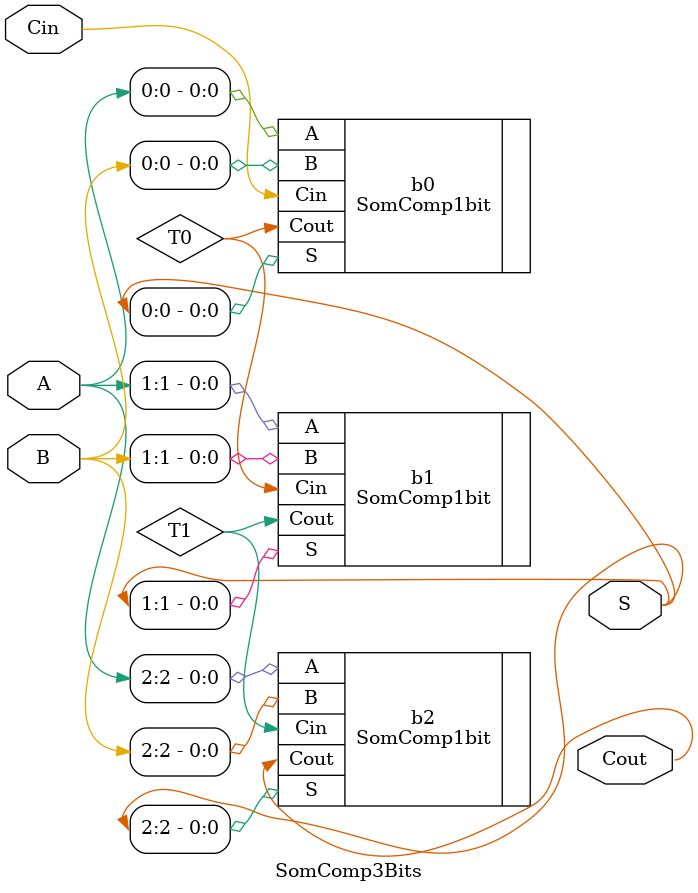
<source format=v>
module SomComp3Bits(S, Cout, A, B, Cin);
	// Declarações
	input [2:0]A; 
	input [2:0]B;
	input Cin;
	output Cout;
	output [2:0]S;
	wire T0, T1;
	
	SomComp1bit b0(.S(S[0]), .Cout(T0), .A(A[0]), .B(B[0]), .Cin(Cin));
	SomComp1bit b1(.S(S[1]), .Cout(T1), .A(A[1]), .B(B[1]), .Cin(T0));
	SomComp1bit b2(.S(S[2]), .Cout(Cout), .A(A[2]), .B(B[2]), .Cin(T1));
	
endmodule
</source>
